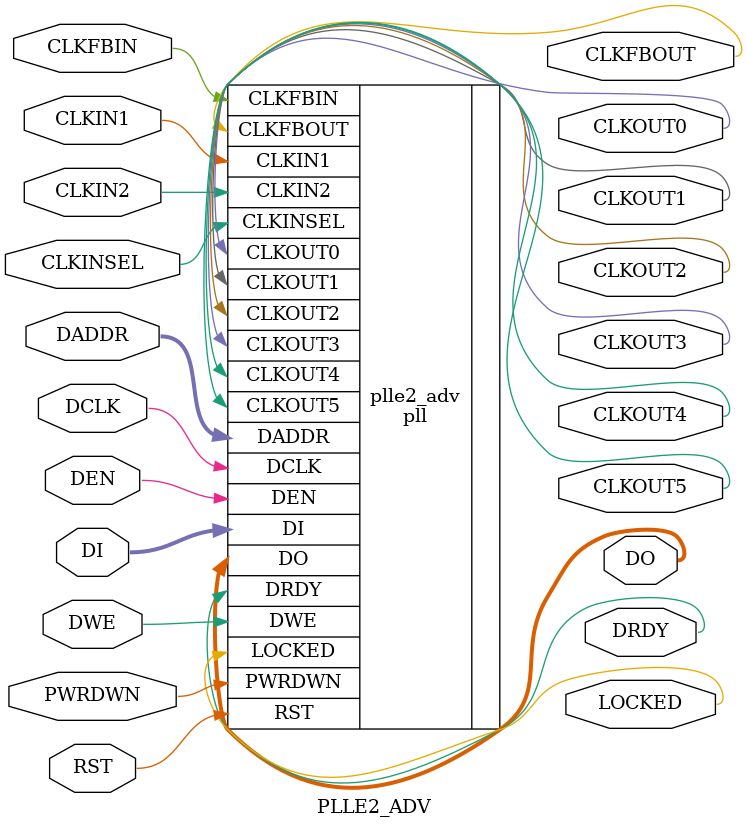
<source format=v>
/*
 * plle2_adv.v: Simulates the PLLE2_ADV pll of the xilinx 7 series. This is
 * just a wrapper around the actual logic found in pll.v
 * author: Till Mahlburg
 * year: 2020
 * organization: Universität Leipzig
 * license: ISC
 *
 */

`timescale 1 ns / 1 ps

/* A reference for the interface can be found in Xilinx UG953 page 503ff */
module PLLE2_ADV #(
	/* not implemented */
	parameter BANDWIDTH 			= "OPTIMIZED",

	parameter CLKFBOUT_MULT 		= 5,
	parameter CLKFBOUT_PHASE 		= 0.0,

	/* are ignored, but need to be set */
	parameter CLKIN1_PERIOD			= 0.0,
	parameter CLKIN2_PERIOD			= 0.0,

	parameter CLKOUT0_DIVIDE		= 1,
	parameter CLKOUT1_DIVIDE		= 1,
	parameter CLKOUT2_DIVIDE		= 1,
	parameter CLKOUT3_DIVIDE		= 1,
	parameter CLKOUT4_DIVIDE		= 1,
	parameter CLKOUT5_DIVIDE		= 1,

	parameter CLKOUT0_DUTY_CYCLE	= 0.5,
	parameter CLKOUT1_DUTY_CYCLE	= 0.5,
	parameter CLKOUT2_DUTY_CYCLE	= 0.5,
	parameter CLKOUT3_DUTY_CYCLE	= 0.5,
	parameter CLKOUT4_DUTY_CYCLE	= 0.5,
	parameter CLKOUT5_DUTY_CYCLE	= 0.5,

	parameter CLKOUT0_PHASE			= 0.0,
	parameter CLKOUT1_PHASE			= 0.0,
	parameter CLKOUT2_PHASE			= 0.0,
	parameter CLKOUT3_PHASE			= 0.0,
	parameter CLKOUT4_PHASE			= 0.0,
	parameter CLKOUT5_PHASE			= 0.0,

	parameter DIVCLK_DIVIDE			= 1,

	/* not implemented */
	parameter REF_JITTER1			= 0.010,
	parameter REF_JITTER2			= 0.010,
	parameter STARTUP_WAIT			= "FALSE",
	parameter COMPENSATION			= "ZHOLD")(
	output 	CLKOUT0,
	output 	CLKOUT1,
	output 	CLKOUT2,
	output 	CLKOUT3,
	output 	CLKOUT4,
	output 	CLKOUT5,
	/* PLL feedback output. */
	output 	CLKFBOUT,

	output	LOCKED,

	input 	CLKIN1,
	input 	CLKIN2,
	/* Select input clk. 1 for CLKIN1, 0 for CLKIN2 */
	input 	CLKINSEL,
	/* PLL feedback input. Is ignored in this implementation, but should be connected to CLKFBOUT for internal feedback. */
	input 	CLKFBIN,

	/* Used to power down instatiated but unused PLLs */
	input	PWRDWN,
	input	RST,

	/* Dynamic reconfiguration ports */
	/* Address to write/read reconfiguration data to/from */
	input 	[6:0] DADDR,
	/* CLK to drive the reconfiguration */
	input 	DCLK,
	/* ENable the reconfiguration functionality */
	input 	DEN,
	/* Enable Write access on the given address */
	input	DWE,
	/* What to write in the given ADDR */
	input 	[15:0] DI,

	/* Content of the given address */
	output	[15:0] DO,
	/* Tells you, when the reconfiguration is done and ready for new inputs */
	output	DRDY);

	pll #(
 		.BANDWIDTH(BANDWIDTH),
 		.CLKFBOUT_MULT_F(CLKFBOUT_MULT),
		.CLKFBOUT_PHASE(CLKFBOUT_PHASE),
		.CLKIN1_PERIOD(CLKIN1_PERIOD),
		.CLKIN2_PERIOD(CLKIN2_PERIOD),

		.CLKOUT0_DIVIDE(CLKOUT0_DIVIDE),
		.CLKOUT1_DIVIDE(CLKOUT1_DIVIDE),
		.CLKOUT2_DIVIDE(CLKOUT2_DIVIDE),
		.CLKOUT3_DIVIDE(CLKOUT3_DIVIDE),
		.CLKOUT4_DIVIDE(CLKOUT4_DIVIDE),
		.CLKOUT5_DIVIDE(CLKOUT5_DIVIDE),

		.CLKOUT0_DUTY_CYCLE(CLKOUT0_DUTY_CYCLE),
		.CLKOUT1_DUTY_CYCLE(CLKOUT1_DUTY_CYCLE),
		.CLKOUT2_DUTY_CYCLE(CLKOUT2_DUTY_CYCLE),
		.CLKOUT3_DUTY_CYCLE(CLKOUT3_DUTY_CYCLE),
		.CLKOUT4_DUTY_CYCLE(CLKOUT4_DUTY_CYCLE),
		.CLKOUT5_DUTY_CYCLE(CLKOUT5_DUTY_CYCLE),

		.CLKOUT0_PHASE(CLKOUT0_PHASE),
		.CLKOUT1_PHASE(CLKOUT1_PHASE),
		.CLKOUT2_PHASE(CLKOUT2_PHASE),
		.CLKOUT3_PHASE(CLKOUT3_PHASE),
		.CLKOUT4_PHASE(CLKOUT4_PHASE),
		.CLKOUT5_PHASE(CLKOUT5_PHASE),

		.DIVCLK_DIVIDE(DIVCLK_DIVIDE),
		.REF_JITTER1(REF_JITTER1),
		.REF_JITTER2(REF_JITTER2),
		.STARTUP_WAIT(STARTUP_WAIT),
		.COMPENSATION(COMPENSATION))
	plle2_adv (
		.CLKOUT0(CLKOUT0),
		.CLKOUT1(CLKOUT1),
		.CLKOUT2(CLKOUT2),
		.CLKOUT3(CLKOUT3),
		.CLKOUT4(CLKOUT4),
		.CLKOUT5(CLKOUT5),

		.CLKFBOUT(CLKFBOUT),
		.LOCKED(LOCKED),

		.CLKIN1(CLKIN1),
		.CLKIN2(CLKIN2),
		.CLKINSEL(CLKINSEL),

		.PWRDWN(PWRDWN),
		.RST(RST),
		.CLKFBIN(CLKFBIN),

		.DADDR(DADDR),
		.DCLK(DCLK),
		.DEN(DEN),
		.DWE(DWE),
		.DI(DI),

		.DO(DO),
		.DRDY(DRDY)
	);

endmodule

</source>
